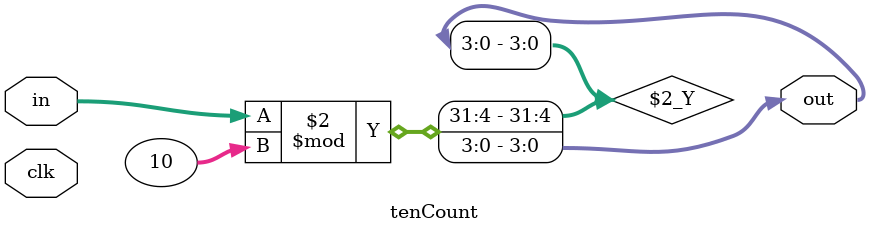
<source format=v>
module tenCount(clk, in, out);

input clk;
input [15:0] in;
output reg [3:0] out;

always @(in) begin
	out = in % 10;
end

endmodule

</source>
